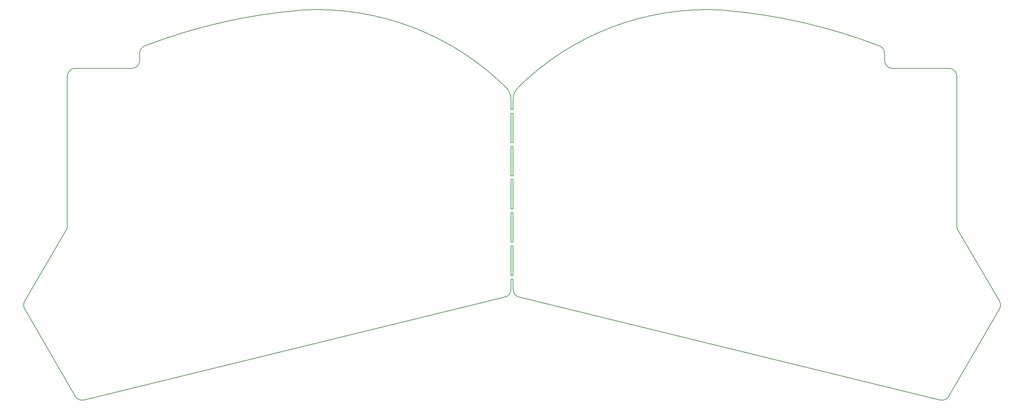
<source format=gbr>
%TF.GenerationSoftware,KiCad,Pcbnew,(6.0.4)*%
%TF.CreationDate,2022-07-03T23:33:08-04:00*%
%TF.ProjectId,glitch36,676c6974-6368-4333-962e-6b696361645f,v1.0.0*%
%TF.SameCoordinates,Original*%
%TF.FileFunction,Profile,NP*%
%FSLAX46Y46*%
G04 Gerber Fmt 4.6, Leading zero omitted, Abs format (unit mm)*
G04 Created by KiCad (PCBNEW (6.0.4)) date 2022-07-03 23:33:08*
%MOMM*%
%LPD*%
G01*
G04 APERTURE LIST*
%TA.AperFunction,Profile*%
%ADD10C,0.150000*%
%TD*%
G04 APERTURE END LIST*
D10*
X99782763Y-35241180D02*
X-7975369Y-8873073D01*
X-9500000Y-6930388D02*
X-9500000Y-4250000D01*
X-9500000Y39250000D02*
X-9500000Y41894563D01*
X-9500000Y30750000D02*
X-9500000Y38250000D01*
X-9500000Y22250000D02*
X-9500000Y29750000D01*
X-9500000Y13750000D02*
X-9500000Y21250000D01*
X-9500000Y5250000D02*
X-9500000Y12750000D01*
X-9500000Y-3250000D02*
X-9500000Y4250000D01*
X85500000Y52963647D02*
X85500000Y51750000D01*
X87500000Y49750000D02*
X102000000Y49750000D01*
X104000000Y47750000D02*
X104000000Y9291438D01*
X104273138Y8282505D02*
X114904058Y-9913088D01*
X114909246Y-11922022D02*
X101990184Y-34298495D01*
X-119332763Y-35241180D02*
X-11574631Y-8873073D01*
X-10050000Y-6930388D02*
X-10050000Y-4250000D01*
X-10050000Y39250000D02*
X-10050000Y41894563D01*
X-10050000Y30750000D02*
X-10050000Y38250000D01*
X-10050000Y22250000D02*
X-10050000Y29750000D01*
X-10050000Y13750000D02*
X-10050000Y21250000D01*
X-10050000Y5250000D02*
X-10050000Y12750000D01*
X-10050000Y-3250000D02*
X-10050000Y4250000D01*
X-107050000Y49750000D02*
X-121550000Y49750000D01*
X-123550000Y47750000D02*
X-123550000Y9291438D01*
X-123823138Y8282505D02*
X-134454058Y-9913088D01*
X-134459246Y-11922022D02*
X-121540184Y-34298495D01*
X-9500000Y-6930388D02*
G75*
G03*
X-7975369Y-8873073I2000000J0D01*
G01*
X85500000Y52963647D02*
G75*
G03*
X85500000Y52964279I-2000000J0D01*
G01*
X85500000Y51750000D02*
G75*
G03*
X87500000Y49750000I2000000J0D01*
G01*
X104000000Y47750000D02*
G75*
G03*
X102000000Y49750000I-2000000J0D01*
G01*
X104000000Y9291438D02*
G75*
G03*
X104273138Y8282505I2000000J0D01*
G01*
X114909247Y-11922022D02*
G75*
G03*
X114904058Y-9913089I-1732051J1000000D01*
G01*
X99782763Y-35241181D02*
G75*
G03*
X101990184Y-34298496I475370J1942686D01*
G01*
X-11574631Y-8873073D02*
G75*
G03*
X-10050000Y-6930388I-475369J1942685D01*
G01*
X-107050000Y49750000D02*
G75*
G03*
X-105050000Y51750000I0J2000000D01*
G01*
X-121550000Y49750000D02*
G75*
G03*
X-123550000Y47750000I0J-2000000D01*
G01*
X-123823138Y8282505D02*
G75*
G03*
X-123550000Y9291438I-1726862J1008933D01*
G01*
X-134454058Y-9913088D02*
G75*
G03*
X-134459247Y-11922021I1726862J-1008934D01*
G01*
X-121540184Y-34298495D02*
G75*
G03*
X-119332764Y-35241180I1732051J1000000D01*
G01*
X-10050000Y38250000D02*
X-9500000Y38250000D01*
X-10050000Y39250000D02*
X-9500000Y39250000D01*
X-10050000Y29750000D02*
X-9500000Y29750000D01*
X-10050000Y30750000D02*
X-9500000Y30750000D01*
X-10050000Y21250000D02*
X-9500000Y21250000D01*
X-10050000Y22250000D02*
X-9500000Y22250000D01*
X-10050000Y12750000D02*
X-9500000Y12750000D01*
X-10050000Y13750000D02*
X-9500000Y13750000D01*
X-10050000Y4250000D02*
X-9500000Y4250000D01*
X-10050000Y5250000D02*
X-9500000Y5250000D01*
X-10050000Y-4250000D02*
X-9500000Y-4250000D01*
X-10050000Y-3250000D02*
X-9500000Y-3250000D01*
X43704019Y64705581D02*
G75*
G03*
X-8325347Y44726067I-3504019J-68610581D01*
G01*
X-11224652Y44726066D02*
G75*
G03*
X-63254018Y64705581I-48525348J-48631066D01*
G01*
X-63254018Y64705582D02*
G75*
G03*
X-63856460Y64628647I204018J-3994795D01*
G01*
X-10050000Y41894563D02*
G75*
G03*
X-11224652Y44726066I-4000000J0D01*
G01*
X-8325348Y44726066D02*
G75*
G03*
X-9500000Y41894563I2825348J-2831503D01*
G01*
X44306460Y64628646D02*
G75*
G03*
X43704018Y64705581I-806460J-3917859D01*
G01*
X84219335Y55482251D02*
G75*
G03*
X44306460Y64628647I-51799335J-134382251D01*
G01*
X-63856460Y64628647D02*
G75*
G03*
X-103769335Y55482251I11886460J-143528647D01*
G01*
X85500000Y53616090D02*
X85500000Y52964279D01*
X-105050000Y51750000D02*
X-105050000Y53616090D01*
X-103769335Y55482251D02*
G75*
G03*
X-105050000Y53616090I719335J-1866161D01*
G01*
X85500000Y53616090D02*
G75*
G03*
X84219335Y55482251I-2000000J0D01*
G01*
M02*

</source>
